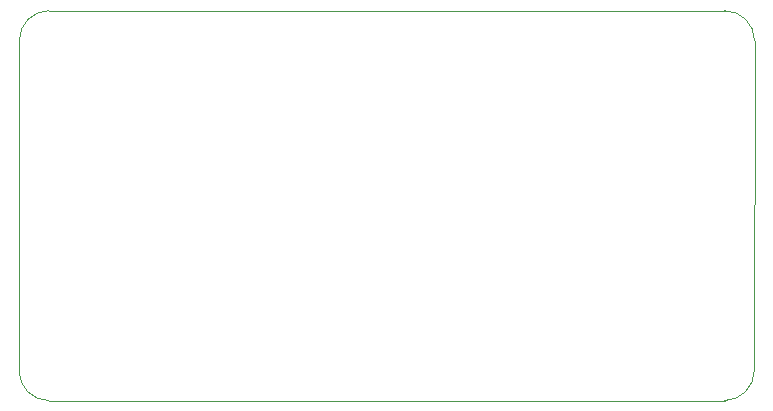
<source format=gm1>
%TF.GenerationSoftware,KiCad,Pcbnew,(6.0.4-0)*%
%TF.CreationDate,2022-04-05T18:33:42+02:00*%
%TF.ProjectId,smart-button,736d6172-742d-4627-9574-746f6e2e6b69,rev?*%
%TF.SameCoordinates,Original*%
%TF.FileFunction,Profile,NP*%
%FSLAX46Y46*%
G04 Gerber Fmt 4.6, Leading zero omitted, Abs format (unit mm)*
G04 Created by KiCad (PCBNEW (6.0.4-0)) date 2022-04-05 18:33:42*
%MOMM*%
%LPD*%
G01*
G04 APERTURE LIST*
%TA.AperFunction,Profile*%
%ADD10C,0.100000*%
%TD*%
G04 APERTURE END LIST*
D10*
X44434000Y-133350000D02*
X44450000Y-105410000D01*
X46974000Y-102870050D02*
G75*
G03*
X44450000Y-105410000I16000J-2539950D01*
G01*
X104172000Y-102870000D02*
X46974000Y-102870000D01*
X44434000Y-133350000D02*
G75*
G03*
X46974000Y-135890000I2540000J0D01*
G01*
X106712000Y-105410000D02*
G75*
G03*
X104172000Y-102870000I-2540000J0D01*
G01*
X104172000Y-135889996D02*
G75*
G03*
X106680000Y-133350000I-32200J2539996D01*
G01*
X104172000Y-135890000D02*
X46974000Y-135890000D01*
X106680000Y-133350000D02*
X106712000Y-105410000D01*
M02*

</source>
